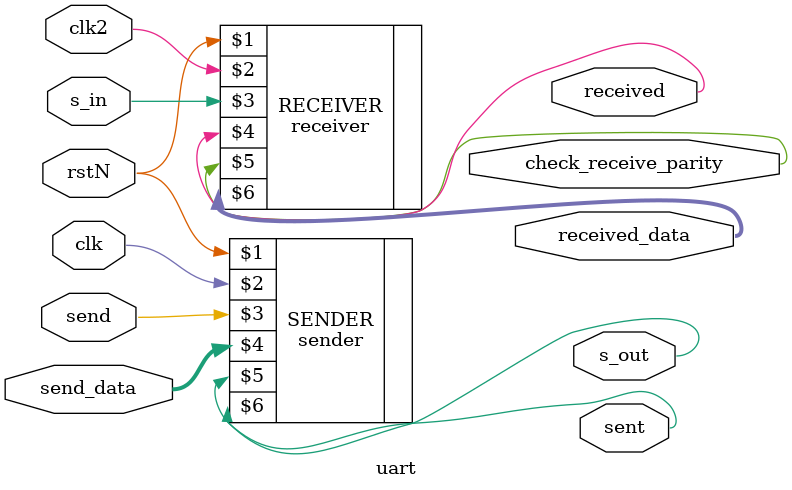
<source format=v>
module uart #(
    parameter START_SIG = 1
) (
    input           rstN,
    input           clk,
    input           clk2,
    input           s_in,
    input           send,
    input   [6:0]   send_data,
    output          s_out,
    output          sent,
    output          received,
    output  [6:0]   received_data,
    output          check_receive_parity
);

sender #(START_SIG) SENDER (rstN, clk, send, send_data, s_out, sent);
receiver #(START_SIG) RECEIVER (rstN, clk2, s_in, received, check_receive_parity, received_data);
    
endmodule
</source>
